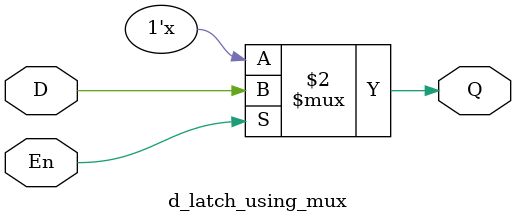
<source format=v>
`timescale 1ns / 1ps


module d_latch_using_mux(
input wire D,En,
output reg Q);

always@(*)begin
Q=En? D : Q;
end
endmodule

</source>
